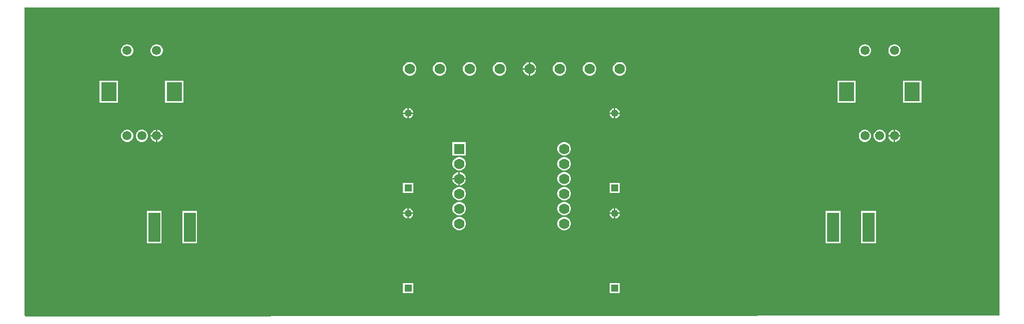
<source format=gbr>
%TF.GenerationSoftware,Altium Limited,Altium Designer,24.10.1 (45)*%
G04 Layer_Physical_Order=1*
G04 Layer_Color=255*
%FSLAX45Y45*%
%MOMM*%
%TF.SameCoordinates,6FDAC12A-6018-4021-8F52-C8B52F5C83F9*%
%TF.FilePolarity,Positive*%
%TF.FileFunction,Copper,L1,Top,Signal*%
%TF.Part,Single*%
G01*
G75*
%TA.AperFunction,ComponentPad*%
%ADD10R,2.00000X5.00000*%
%ADD11R,1.77800X1.77800*%
%ADD12C,1.77800*%
%ADD13C,1.25000*%
%ADD14R,1.25000X1.25000*%
%ADD15C,1.55000*%
%ADD16R,2.60000X3.20000*%
%TA.AperFunction,ViaPad*%
%ADD17C,1.77800*%
G36*
X16522701Y12700D02*
X16510001Y0D01*
X17967Y-12686D01*
X0Y5267D01*
Y5232400D01*
X16522701D01*
Y12700D01*
D02*
G37*
%LPC*%
G36*
X14753947Y4606000D02*
X14726852D01*
X14700682Y4598987D01*
X14677219Y4585440D01*
X14658060Y4566282D01*
X14644511Y4542818D01*
X14637500Y4516647D01*
Y4489553D01*
X14644511Y4463382D01*
X14658060Y4439918D01*
X14677219Y4420760D01*
X14700682Y4407212D01*
X14726852Y4400200D01*
X14753947D01*
X14780118Y4407212D01*
X14803581Y4420760D01*
X14822740Y4439918D01*
X14836288Y4463382D01*
X14843300Y4489553D01*
Y4516647D01*
X14836288Y4542818D01*
X14822740Y4566282D01*
X14803581Y4585440D01*
X14780118Y4598987D01*
X14753947Y4606000D01*
D02*
G37*
G36*
X14253947D02*
X14226852D01*
X14200682Y4598987D01*
X14177219Y4585440D01*
X14158060Y4566282D01*
X14144511Y4542818D01*
X14137500Y4516647D01*
Y4489553D01*
X14144511Y4463382D01*
X14158060Y4439918D01*
X14177219Y4420760D01*
X14200682Y4407212D01*
X14226852Y4400200D01*
X14253947D01*
X14280118Y4407212D01*
X14303581Y4420760D01*
X14322740Y4439918D01*
X14336288Y4463382D01*
X14343300Y4489553D01*
Y4516647D01*
X14336288Y4542818D01*
X14322740Y4566282D01*
X14303581Y4585440D01*
X14280118Y4598987D01*
X14253947Y4606000D01*
D02*
G37*
G36*
X2253947D02*
X2226853D01*
X2200682Y4598987D01*
X2177218Y4585440D01*
X2158060Y4566282D01*
X2144513Y4542818D01*
X2137500Y4516647D01*
Y4489553D01*
X2144513Y4463382D01*
X2158060Y4439918D01*
X2177218Y4420760D01*
X2200682Y4407212D01*
X2226853Y4400200D01*
X2253947D01*
X2280118Y4407212D01*
X2303582Y4420760D01*
X2322741Y4439918D01*
X2336288Y4463382D01*
X2343300Y4489553D01*
Y4516647D01*
X2336288Y4542818D01*
X2322741Y4566282D01*
X2303582Y4585440D01*
X2280118Y4598987D01*
X2253947Y4606000D01*
D02*
G37*
G36*
X1753947D02*
X1726853D01*
X1700682Y4598987D01*
X1677218Y4585440D01*
X1658060Y4566282D01*
X1644513Y4542818D01*
X1637500Y4516647D01*
Y4489553D01*
X1644513Y4463382D01*
X1658060Y4439918D01*
X1677218Y4420760D01*
X1700682Y4407212D01*
X1726853Y4400200D01*
X1753947D01*
X1780118Y4407212D01*
X1803582Y4420760D01*
X1822741Y4439918D01*
X1836288Y4463382D01*
X1843300Y4489553D01*
Y4516647D01*
X1836288Y4542818D01*
X1822741Y4566282D01*
X1803582Y4585440D01*
X1780118Y4598987D01*
X1753947Y4606000D01*
D02*
G37*
G36*
X8574848Y4305300D02*
X8572500D01*
Y4203700D01*
X8674100D01*
Y4206048D01*
X8666311Y4235118D01*
X8651263Y4261182D01*
X8629982Y4282463D01*
X8603918Y4297511D01*
X8574848Y4305300D01*
D02*
G37*
G36*
X8547100D02*
X8544752D01*
X8515682Y4297511D01*
X8489618Y4282463D01*
X8468337Y4261182D01*
X8453289Y4235118D01*
X8445500Y4206048D01*
Y4203700D01*
X8547100D01*
Y4305300D01*
D02*
G37*
G36*
X10098848D02*
X10068752D01*
X10039682Y4297511D01*
X10013618Y4282463D01*
X9992337Y4261182D01*
X9977289Y4235118D01*
X9969500Y4206048D01*
Y4175952D01*
X9977289Y4146882D01*
X9992337Y4120818D01*
X10013618Y4099537D01*
X10039682Y4084489D01*
X10068752Y4076700D01*
X10098848D01*
X10127918Y4084489D01*
X10153982Y4099537D01*
X10175263Y4120818D01*
X10190311Y4146882D01*
X10198100Y4175952D01*
Y4206048D01*
X10190311Y4235118D01*
X10175263Y4261182D01*
X10153982Y4282463D01*
X10127918Y4297511D01*
X10098848Y4305300D01*
D02*
G37*
G36*
X9590848D02*
X9560752D01*
X9531682Y4297511D01*
X9505618Y4282463D01*
X9484337Y4261182D01*
X9469289Y4235118D01*
X9461500Y4206048D01*
Y4175952D01*
X9469289Y4146882D01*
X9484337Y4120818D01*
X9505618Y4099537D01*
X9531682Y4084489D01*
X9560752Y4076700D01*
X9590848D01*
X9619918Y4084489D01*
X9645982Y4099537D01*
X9667263Y4120818D01*
X9682311Y4146882D01*
X9690100Y4175952D01*
Y4206048D01*
X9682311Y4235118D01*
X9667263Y4261182D01*
X9645982Y4282463D01*
X9619918Y4297511D01*
X9590848Y4305300D01*
D02*
G37*
G36*
X9082848D02*
X9052752D01*
X9023682Y4297511D01*
X8997618Y4282463D01*
X8976337Y4261182D01*
X8961289Y4235118D01*
X8953500Y4206048D01*
Y4175952D01*
X8961289Y4146882D01*
X8976337Y4120818D01*
X8997618Y4099537D01*
X9023682Y4084489D01*
X9052752Y4076700D01*
X9082848D01*
X9111918Y4084489D01*
X9137982Y4099537D01*
X9159263Y4120818D01*
X9174311Y4146882D01*
X9182100Y4175952D01*
Y4206048D01*
X9174311Y4235118D01*
X9159263Y4261182D01*
X9137982Y4282463D01*
X9111918Y4297511D01*
X9082848Y4305300D01*
D02*
G37*
G36*
X8674100Y4178300D02*
X8572500D01*
Y4076700D01*
X8574848D01*
X8603918Y4084489D01*
X8629982Y4099537D01*
X8651263Y4120818D01*
X8666311Y4146882D01*
X8674100Y4175952D01*
Y4178300D01*
D02*
G37*
G36*
X8547100D02*
X8445500D01*
Y4175952D01*
X8453289Y4146882D01*
X8468337Y4120818D01*
X8489618Y4099537D01*
X8515682Y4084489D01*
X8544752Y4076700D01*
X8547100D01*
Y4178300D01*
D02*
G37*
G36*
X8066848Y4305300D02*
X8036752D01*
X8007682Y4297511D01*
X7981618Y4282463D01*
X7960337Y4261182D01*
X7945289Y4235118D01*
X7937500Y4206048D01*
Y4175952D01*
X7945289Y4146882D01*
X7960337Y4120818D01*
X7981618Y4099537D01*
X8007682Y4084489D01*
X8036752Y4076700D01*
X8066848D01*
X8095918Y4084489D01*
X8121982Y4099537D01*
X8143263Y4120818D01*
X8158311Y4146882D01*
X8166100Y4175952D01*
Y4206048D01*
X8158311Y4235118D01*
X8143263Y4261182D01*
X8121982Y4282463D01*
X8095918Y4297511D01*
X8066848Y4305300D01*
D02*
G37*
G36*
X7558848D02*
X7528752D01*
X7499682Y4297511D01*
X7473618Y4282463D01*
X7452337Y4261182D01*
X7437289Y4235118D01*
X7429500Y4206048D01*
Y4175952D01*
X7437289Y4146882D01*
X7452337Y4120818D01*
X7473618Y4099537D01*
X7499682Y4084489D01*
X7528752Y4076700D01*
X7558848D01*
X7587918Y4084489D01*
X7613982Y4099537D01*
X7635263Y4120818D01*
X7650311Y4146882D01*
X7658100Y4175952D01*
Y4206048D01*
X7650311Y4235118D01*
X7635263Y4261182D01*
X7613982Y4282463D01*
X7587918Y4297511D01*
X7558848Y4305300D01*
D02*
G37*
G36*
X7050848D02*
X7020752D01*
X6991682Y4297511D01*
X6965618Y4282463D01*
X6944337Y4261182D01*
X6929289Y4235118D01*
X6921500Y4206048D01*
Y4175952D01*
X6929289Y4146882D01*
X6944337Y4120818D01*
X6965618Y4099537D01*
X6991682Y4084489D01*
X7020752Y4076700D01*
X7050848D01*
X7079918Y4084489D01*
X7105982Y4099537D01*
X7127263Y4120818D01*
X7142311Y4146882D01*
X7150100Y4175952D01*
Y4206048D01*
X7142311Y4235118D01*
X7127263Y4261182D01*
X7105982Y4282463D01*
X7079918Y4297511D01*
X7050848Y4305300D01*
D02*
G37*
G36*
X6542848D02*
X6512752D01*
X6483682Y4297511D01*
X6457618Y4282463D01*
X6436337Y4261182D01*
X6421289Y4235118D01*
X6413500Y4206048D01*
Y4175952D01*
X6421289Y4146882D01*
X6436337Y4120818D01*
X6457618Y4099537D01*
X6483682Y4084489D01*
X6512752Y4076700D01*
X6542848D01*
X6571918Y4084489D01*
X6597982Y4099537D01*
X6619263Y4120818D01*
X6634311Y4146882D01*
X6642100Y4175952D01*
Y4206048D01*
X6634311Y4235118D01*
X6619263Y4261182D01*
X6597982Y4282463D01*
X6571918Y4297511D01*
X6542848Y4305300D01*
D02*
G37*
G36*
X15195799Y3988500D02*
X14885001D01*
Y3617700D01*
X15195799D01*
Y3988500D01*
D02*
G37*
G36*
X14085800D02*
X13775000D01*
Y3617700D01*
X14085800D01*
Y3988500D01*
D02*
G37*
G36*
X2695800D02*
X2385000D01*
Y3617700D01*
X2695800D01*
Y3988500D01*
D02*
G37*
G36*
X1585800D02*
X1275000D01*
Y3617700D01*
X1585800D01*
Y3988500D01*
D02*
G37*
G36*
X10012700Y3524198D02*
Y3449299D01*
X10087598D01*
X10081910Y3470528D01*
X10070337Y3490572D01*
X10053972Y3506937D01*
X10033928Y3518510D01*
X10012700Y3524198D01*
D02*
G37*
G36*
X6512700D02*
Y3449299D01*
X6587598D01*
X6581910Y3470528D01*
X6570337Y3490572D01*
X6553972Y3506937D01*
X6533928Y3518510D01*
X6512700Y3524198D01*
D02*
G37*
G36*
X6487300D02*
X6466072Y3518510D01*
X6446028Y3506937D01*
X6429663Y3490572D01*
X6418090Y3470528D01*
X6412402Y3449299D01*
X6487300D01*
Y3524198D01*
D02*
G37*
G36*
X9987300D02*
X9966072Y3518510D01*
X9946028Y3506937D01*
X9929663Y3490572D01*
X9918090Y3470528D01*
X9912402Y3449299D01*
X9987300D01*
Y3524198D01*
D02*
G37*
G36*
X10087598Y3423899D02*
X10012700D01*
Y3349002D01*
X10033928Y3354690D01*
X10053972Y3366263D01*
X10070337Y3382628D01*
X10081910Y3402672D01*
X10087598Y3423899D01*
D02*
G37*
G36*
X6587598D02*
X6512700D01*
Y3349002D01*
X6533928Y3354690D01*
X6553972Y3366263D01*
X6570337Y3382628D01*
X6581910Y3402672D01*
X6587598Y3423899D01*
D02*
G37*
G36*
X6487300D02*
X6412402D01*
X6418090Y3402672D01*
X6429663Y3382628D01*
X6446028Y3366263D01*
X6466072Y3354690D01*
X6487300Y3349002D01*
Y3423899D01*
D02*
G37*
G36*
X9987300D02*
X9912402D01*
X9918090Y3402672D01*
X9929663Y3382628D01*
X9946028Y3366263D01*
X9966072Y3354690D01*
X9987300Y3349002D01*
Y3423899D01*
D02*
G37*
G36*
X14753947Y3156000D02*
X14753101D01*
Y3065800D01*
X14843300D01*
Y3066647D01*
X14836288Y3092818D01*
X14822740Y3116282D01*
X14803581Y3135441D01*
X14780118Y3148988D01*
X14753947Y3156000D01*
D02*
G37*
G36*
X14727699D02*
X14726852D01*
X14700682Y3148988D01*
X14677219Y3135441D01*
X14658060Y3116282D01*
X14644511Y3092818D01*
X14637500Y3066647D01*
Y3065800D01*
X14727699D01*
Y3156000D01*
D02*
G37*
G36*
X2253947D02*
X2253100D01*
Y3065800D01*
X2343300D01*
Y3066647D01*
X2336288Y3092818D01*
X2322741Y3116282D01*
X2303582Y3135441D01*
X2280118Y3148988D01*
X2253947Y3156000D01*
D02*
G37*
G36*
X2227700D02*
X2226853D01*
X2200682Y3148988D01*
X2177218Y3135441D01*
X2158060Y3116282D01*
X2144513Y3092818D01*
X2137500Y3066647D01*
Y3065800D01*
X2227700D01*
Y3156000D01*
D02*
G37*
G36*
X14843300Y3040400D02*
X14753101D01*
Y2950200D01*
X14753947D01*
X14780118Y2957213D01*
X14803581Y2970760D01*
X14822740Y2989918D01*
X14836288Y3013382D01*
X14843300Y3039553D01*
Y3040400D01*
D02*
G37*
G36*
X14727699D02*
X14637500D01*
Y3039553D01*
X14644511Y3013382D01*
X14658060Y2989918D01*
X14677219Y2970760D01*
X14700682Y2957213D01*
X14726852Y2950200D01*
X14727699D01*
Y3040400D01*
D02*
G37*
G36*
X14503947Y3156000D02*
X14476852D01*
X14450682Y3148988D01*
X14427219Y3135441D01*
X14408060Y3116282D01*
X14394511Y3092818D01*
X14387500Y3066647D01*
Y3039553D01*
X14394511Y3013382D01*
X14408060Y2989918D01*
X14427219Y2970760D01*
X14450682Y2957213D01*
X14476852Y2950200D01*
X14503947D01*
X14530118Y2957213D01*
X14553581Y2970760D01*
X14572740Y2989918D01*
X14586288Y3013382D01*
X14593300Y3039553D01*
Y3066647D01*
X14586288Y3092818D01*
X14572740Y3116282D01*
X14553581Y3135441D01*
X14530118Y3148988D01*
X14503947Y3156000D01*
D02*
G37*
G36*
X14253947D02*
X14226852D01*
X14200682Y3148988D01*
X14177219Y3135441D01*
X14158060Y3116282D01*
X14144511Y3092818D01*
X14137500Y3066647D01*
Y3039553D01*
X14144511Y3013382D01*
X14158060Y2989918D01*
X14177219Y2970760D01*
X14200682Y2957213D01*
X14226852Y2950200D01*
X14253947D01*
X14280118Y2957213D01*
X14303581Y2970760D01*
X14322740Y2989918D01*
X14336288Y3013382D01*
X14343300Y3039553D01*
Y3066647D01*
X14336288Y3092818D01*
X14322740Y3116282D01*
X14303581Y3135441D01*
X14280118Y3148988D01*
X14253947Y3156000D01*
D02*
G37*
G36*
X2343300Y3040400D02*
X2253100D01*
Y2950200D01*
X2253947D01*
X2280118Y2957213D01*
X2303582Y2970760D01*
X2322741Y2989918D01*
X2336288Y3013382D01*
X2343300Y3039553D01*
Y3040400D01*
D02*
G37*
G36*
X2227700D02*
X2137500D01*
Y3039553D01*
X2144513Y3013382D01*
X2158060Y2989918D01*
X2177218Y2970760D01*
X2200682Y2957213D01*
X2226853Y2950200D01*
X2227700D01*
Y3040400D01*
D02*
G37*
G36*
X2003947Y3156000D02*
X1976853D01*
X1950682Y3148988D01*
X1927218Y3135441D01*
X1908060Y3116282D01*
X1894513Y3092818D01*
X1887500Y3066647D01*
Y3039553D01*
X1894513Y3013382D01*
X1908060Y2989918D01*
X1927218Y2970760D01*
X1950682Y2957213D01*
X1976853Y2950200D01*
X2003947D01*
X2030118Y2957213D01*
X2053582Y2970760D01*
X2072741Y2989918D01*
X2086288Y3013382D01*
X2093300Y3039553D01*
Y3066647D01*
X2086288Y3092818D01*
X2072741Y3116282D01*
X2053582Y3135441D01*
X2030118Y3148988D01*
X2003947Y3156000D01*
D02*
G37*
G36*
X1753947D02*
X1726853D01*
X1700682Y3148988D01*
X1677218Y3135441D01*
X1658060Y3116282D01*
X1644513Y3092818D01*
X1637500Y3066647D01*
Y3039553D01*
X1644513Y3013382D01*
X1658060Y2989918D01*
X1677218Y2970760D01*
X1700682Y2957213D01*
X1726853Y2950200D01*
X1753947D01*
X1780118Y2957213D01*
X1803582Y2970760D01*
X1822741Y2989918D01*
X1836288Y3013382D01*
X1843300Y3039553D01*
Y3066647D01*
X1836288Y3092818D01*
X1822741Y3116282D01*
X1803582Y3135441D01*
X1780118Y3148988D01*
X1753947Y3156000D01*
D02*
G37*
G36*
X9159048Y2946400D02*
X9128952D01*
X9099882Y2938611D01*
X9073818Y2923563D01*
X9052537Y2902282D01*
X9037489Y2876218D01*
X9029700Y2847148D01*
Y2817052D01*
X9037489Y2787982D01*
X9052537Y2761918D01*
X9073818Y2740637D01*
X9099882Y2725589D01*
X9128952Y2717800D01*
X9159048D01*
X9188118Y2725589D01*
X9214182Y2740637D01*
X9235463Y2761918D01*
X9250511Y2787982D01*
X9258300Y2817052D01*
Y2847148D01*
X9250511Y2876218D01*
X9235463Y2902282D01*
X9214182Y2923563D01*
X9188118Y2938611D01*
X9159048Y2946400D01*
D02*
G37*
G36*
X7480300D02*
X7251700D01*
Y2717800D01*
X7480300D01*
Y2946400D01*
D02*
G37*
G36*
X9159048Y2692400D02*
X9128952D01*
X9099882Y2684611D01*
X9073818Y2669563D01*
X9052537Y2648282D01*
X9037489Y2622218D01*
X9029700Y2593148D01*
Y2563052D01*
X9037489Y2533982D01*
X9052537Y2507918D01*
X9073818Y2486637D01*
X9099882Y2471589D01*
X9128952Y2463800D01*
X9159048D01*
X9188118Y2471589D01*
X9214182Y2486637D01*
X9235463Y2507918D01*
X9250511Y2533982D01*
X9258300Y2563052D01*
Y2593148D01*
X9250511Y2622218D01*
X9235463Y2648282D01*
X9214182Y2669563D01*
X9188118Y2684611D01*
X9159048Y2692400D01*
D02*
G37*
G36*
X7381048D02*
X7350952D01*
X7321882Y2684611D01*
X7295818Y2669563D01*
X7274537Y2648282D01*
X7259489Y2622218D01*
X7251700Y2593148D01*
Y2563052D01*
X7259489Y2533982D01*
X7274537Y2507918D01*
X7295818Y2486637D01*
X7321882Y2471589D01*
X7350952Y2463800D01*
X7381048D01*
X7410118Y2471589D01*
X7436182Y2486637D01*
X7457463Y2507918D01*
X7472511Y2533982D01*
X7480300Y2563052D01*
Y2593148D01*
X7472511Y2622218D01*
X7457463Y2648282D01*
X7436182Y2669563D01*
X7410118Y2684611D01*
X7381048Y2692400D01*
D02*
G37*
G36*
Y2438400D02*
X7378700D01*
Y2336800D01*
X7480300D01*
Y2339148D01*
X7472511Y2368218D01*
X7457463Y2394282D01*
X7436182Y2415563D01*
X7410118Y2430611D01*
X7381048Y2438400D01*
D02*
G37*
G36*
X7353300D02*
X7350952D01*
X7321882Y2430611D01*
X7295818Y2415563D01*
X7274537Y2394282D01*
X7259489Y2368218D01*
X7251700Y2339148D01*
Y2336800D01*
X7353300D01*
Y2438400D01*
D02*
G37*
G36*
X9159048D02*
X9128952D01*
X9099882Y2430611D01*
X9073818Y2415563D01*
X9052537Y2394282D01*
X9037489Y2368218D01*
X9029700Y2339148D01*
Y2309052D01*
X9037489Y2279982D01*
X9052537Y2253918D01*
X9073818Y2232637D01*
X9099882Y2217589D01*
X9128952Y2209800D01*
X9159048D01*
X9188118Y2217589D01*
X9214182Y2232637D01*
X9235463Y2253918D01*
X9250511Y2279982D01*
X9258300Y2309052D01*
Y2339148D01*
X9250511Y2368218D01*
X9235463Y2394282D01*
X9214182Y2415563D01*
X9188118Y2430611D01*
X9159048Y2438400D01*
D02*
G37*
G36*
X7480300Y2311400D02*
X7378700D01*
Y2209800D01*
X7381048D01*
X7410118Y2217589D01*
X7436182Y2232637D01*
X7457463Y2253918D01*
X7472511Y2279982D01*
X7480300Y2309052D01*
Y2311400D01*
D02*
G37*
G36*
X7353300D02*
X7251700D01*
Y2309052D01*
X7259489Y2279982D01*
X7274537Y2253918D01*
X7295818Y2232637D01*
X7321882Y2217589D01*
X7350952Y2209800D01*
X7353300D01*
Y2311400D01*
D02*
G37*
G36*
X10087900Y2254500D02*
X9912100D01*
Y2078700D01*
X10087900D01*
Y2254500D01*
D02*
G37*
G36*
X6587900D02*
X6412100D01*
Y2078700D01*
X6587900D01*
Y2254500D01*
D02*
G37*
G36*
X9159048Y2184400D02*
X9128952D01*
X9099882Y2176611D01*
X9073818Y2161563D01*
X9052537Y2140282D01*
X9037489Y2114218D01*
X9029700Y2085148D01*
Y2055052D01*
X9037489Y2025982D01*
X9052537Y1999918D01*
X9073818Y1978637D01*
X9099882Y1963589D01*
X9128952Y1955800D01*
X9159048D01*
X9188118Y1963589D01*
X9214182Y1978637D01*
X9235463Y1999918D01*
X9250511Y2025982D01*
X9258300Y2055052D01*
Y2085148D01*
X9250511Y2114218D01*
X9235463Y2140282D01*
X9214182Y2161563D01*
X9188118Y2176611D01*
X9159048Y2184400D01*
D02*
G37*
G36*
X7381048D02*
X7350952D01*
X7321882Y2176611D01*
X7295818Y2161563D01*
X7274537Y2140282D01*
X7259489Y2114218D01*
X7251700Y2085148D01*
Y2055052D01*
X7259489Y2025982D01*
X7274537Y1999918D01*
X7295818Y1978637D01*
X7321882Y1963589D01*
X7350952Y1955800D01*
X7381048D01*
X7410118Y1963589D01*
X7436182Y1978637D01*
X7457463Y1999918D01*
X7472511Y2025982D01*
X7480300Y2055052D01*
Y2085148D01*
X7472511Y2114218D01*
X7457463Y2140282D01*
X7436182Y2161563D01*
X7410118Y2176611D01*
X7381048Y2184400D01*
D02*
G37*
G36*
X10012700Y1824198D02*
Y1749300D01*
X10087598D01*
X10081910Y1770528D01*
X10070337Y1790572D01*
X10053972Y1806937D01*
X10033928Y1818510D01*
X10012700Y1824198D01*
D02*
G37*
G36*
X6512700D02*
Y1749300D01*
X6587598D01*
X6581910Y1770528D01*
X6570337Y1790572D01*
X6553972Y1806937D01*
X6533928Y1818510D01*
X6512700Y1824198D01*
D02*
G37*
G36*
X6487300Y1824198D02*
X6466072Y1818510D01*
X6446028Y1806937D01*
X6429663Y1790572D01*
X6418090Y1770528D01*
X6412402Y1749300D01*
X6487300D01*
Y1824198D01*
D02*
G37*
G36*
X9987300D02*
X9966072Y1818510D01*
X9946028Y1806937D01*
X9929663Y1790572D01*
X9918090Y1770528D01*
X9912402Y1749300D01*
X9987300D01*
Y1824198D01*
D02*
G37*
G36*
X9159048Y1930400D02*
X9128952D01*
X9099882Y1922611D01*
X9073818Y1907563D01*
X9052537Y1886282D01*
X9037489Y1860218D01*
X9029700Y1831148D01*
Y1801052D01*
X9037489Y1771982D01*
X9052537Y1745918D01*
X9073818Y1724637D01*
X9099882Y1709589D01*
X9128952Y1701800D01*
X9159048D01*
X9188118Y1709589D01*
X9214182Y1724637D01*
X9235463Y1745918D01*
X9250511Y1771982D01*
X9258300Y1801052D01*
Y1831148D01*
X9250511Y1860218D01*
X9235463Y1886282D01*
X9214182Y1907563D01*
X9188118Y1922611D01*
X9159048Y1930400D01*
D02*
G37*
G36*
X7381048D02*
X7350952D01*
X7321882Y1922611D01*
X7295818Y1907563D01*
X7274537Y1886282D01*
X7259489Y1860218D01*
X7251700Y1831148D01*
Y1801052D01*
X7259489Y1771982D01*
X7274537Y1745918D01*
X7295818Y1724637D01*
X7321882Y1709589D01*
X7350952Y1701800D01*
X7381048D01*
X7410118Y1709589D01*
X7436182Y1724637D01*
X7457463Y1745918D01*
X7472511Y1771982D01*
X7480300Y1801052D01*
Y1831148D01*
X7472511Y1860218D01*
X7457463Y1886282D01*
X7436182Y1907563D01*
X7410118Y1922611D01*
X7381048Y1930400D01*
D02*
G37*
G36*
X10087598Y1723900D02*
X10012700D01*
Y1649002D01*
X10033928Y1654690D01*
X10053972Y1666263D01*
X10070337Y1682628D01*
X10081910Y1702672D01*
X10087598Y1723900D01*
D02*
G37*
G36*
X6587598D02*
X6512700D01*
Y1649002D01*
X6533928Y1654690D01*
X6553972Y1666263D01*
X6570337Y1682628D01*
X6581910Y1702672D01*
X6587598Y1723900D01*
D02*
G37*
G36*
X6487300D02*
X6412402D01*
X6418090Y1702672D01*
X6429663Y1682628D01*
X6446028Y1666263D01*
X6466072Y1654690D01*
X6487300Y1649002D01*
Y1723900D01*
D02*
G37*
G36*
X9987300D02*
X9912402D01*
X9918090Y1702672D01*
X9929663Y1682628D01*
X9946028Y1666263D01*
X9966072Y1654690D01*
X9987300Y1649002D01*
Y1723900D01*
D02*
G37*
G36*
X9159048Y1676400D02*
X9128952D01*
X9099882Y1668611D01*
X9073818Y1653563D01*
X9052537Y1632282D01*
X9037489Y1606218D01*
X9029700Y1577148D01*
Y1547052D01*
X9037489Y1517982D01*
X9052537Y1491918D01*
X9073818Y1470637D01*
X9099882Y1455589D01*
X9128952Y1447800D01*
X9159048D01*
X9188118Y1455589D01*
X9214182Y1470637D01*
X9235463Y1491918D01*
X9250511Y1517982D01*
X9258300Y1547052D01*
Y1577148D01*
X9250511Y1606218D01*
X9235463Y1632282D01*
X9214182Y1653563D01*
X9188118Y1668611D01*
X9159048Y1676400D01*
D02*
G37*
G36*
X7381048D02*
X7350952D01*
X7321882Y1668611D01*
X7295818Y1653563D01*
X7274537Y1632282D01*
X7259489Y1606218D01*
X7251700Y1577148D01*
Y1547052D01*
X7259489Y1517982D01*
X7274537Y1491918D01*
X7295818Y1470637D01*
X7321882Y1455589D01*
X7350952Y1447800D01*
X7381048D01*
X7410118Y1455589D01*
X7436182Y1470637D01*
X7457463Y1491918D01*
X7472511Y1517982D01*
X7480300Y1547052D01*
Y1577148D01*
X7472511Y1606218D01*
X7457463Y1632282D01*
X7436182Y1653563D01*
X7410118Y1668611D01*
X7381048Y1676400D01*
D02*
G37*
G36*
X14425400Y1775400D02*
X14174600D01*
Y1224600D01*
X14425400D01*
Y1775400D01*
D02*
G37*
G36*
X13825400D02*
X13574600D01*
Y1224600D01*
X13825400D01*
Y1775400D01*
D02*
G37*
G36*
X2925400D02*
X2674600D01*
Y1224600D01*
X2925400D01*
Y1775400D01*
D02*
G37*
G36*
X2325400D02*
X2074600D01*
Y1224600D01*
X2325400D01*
Y1775400D01*
D02*
G37*
G36*
X10087900Y554500D02*
X9912100D01*
Y378700D01*
X10087900D01*
Y554500D01*
D02*
G37*
G36*
X6587900D02*
X6412100D01*
Y378700D01*
X6587900D01*
Y554500D01*
D02*
G37*
%LPD*%
D10*
X13700000Y1500000D02*
D03*
X14300000D02*
D03*
X2200000D02*
D03*
X2800000D02*
D03*
D11*
X7366000Y2832100D02*
D03*
D12*
Y2578100D02*
D03*
Y2324100D02*
D03*
Y2070100D02*
D03*
Y1816100D02*
D03*
Y1562100D02*
D03*
X9144000Y2832100D02*
D03*
Y2578100D02*
D03*
Y2324100D02*
D03*
Y2070100D02*
D03*
Y1816100D02*
D03*
Y1562100D02*
D03*
D13*
X10000000Y1736600D02*
D03*
X6500000D02*
D03*
Y3436600D02*
D03*
X10000000D02*
D03*
D14*
Y466600D02*
D03*
X6500000D02*
D03*
Y2166600D02*
D03*
X10000000D02*
D03*
D15*
X1990400Y3053100D02*
D03*
X2240400D02*
D03*
X1740400D02*
D03*
X2240400Y4503100D02*
D03*
X1740400D02*
D03*
X14490401Y3053100D02*
D03*
X14740401D02*
D03*
X14240401D02*
D03*
X14740401Y4503100D02*
D03*
X14240401D02*
D03*
D16*
X1430400Y3803100D02*
D03*
X2540400D02*
D03*
X13930400D02*
D03*
X15040401D02*
D03*
D17*
X10083800Y4191000D02*
D03*
X9575800D02*
D03*
X9067800D02*
D03*
X8559800D02*
D03*
X8051800D02*
D03*
X7543800D02*
D03*
X7035800D02*
D03*
X6527800D02*
D03*
%TF.MD5,acb6b085f05bbf34d851d1a50248d052*%
M02*

</source>
